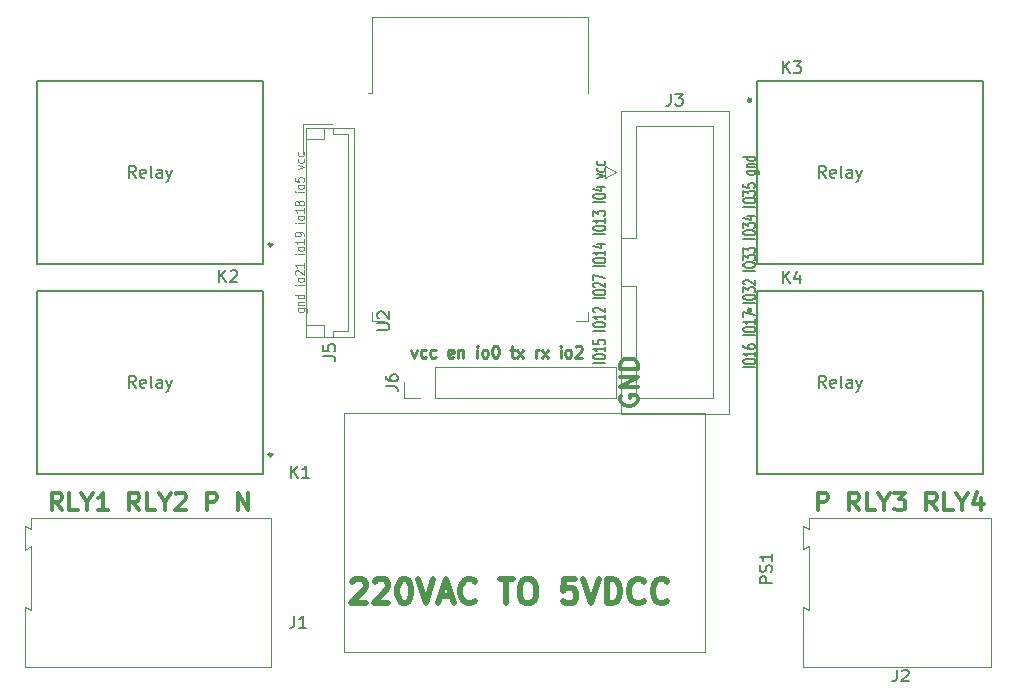
<source format=gbr>
%TF.GenerationSoftware,KiCad,Pcbnew,(6.0.4)*%
%TF.CreationDate,2022-04-22T12:19:17+05:30*%
%TF.ProjectId,esp32 switch,65737033-3220-4737-9769-7463682e6b69,rev?*%
%TF.SameCoordinates,Original*%
%TF.FileFunction,Legend,Top*%
%TF.FilePolarity,Positive*%
%FSLAX46Y46*%
G04 Gerber Fmt 4.6, Leading zero omitted, Abs format (unit mm)*
G04 Created by KiCad (PCBNEW (6.0.4)) date 2022-04-22 12:19:17*
%MOMM*%
%LPD*%
G01*
G04 APERTURE LIST*
%ADD10C,0.150000*%
%ADD11C,0.375000*%
%ADD12C,0.500000*%
%ADD13C,0.125000*%
%ADD14C,0.237500*%
%ADD15C,0.300000*%
%ADD16C,0.120000*%
%ADD17C,0.127000*%
G04 APERTURE END LIST*
D10*
X158805714Y-63952380D02*
X158472380Y-63476190D01*
X158234285Y-63952380D02*
X158234285Y-62952380D01*
X158615238Y-62952380D01*
X158710476Y-63000000D01*
X158758095Y-63047619D01*
X158805714Y-63142857D01*
X158805714Y-63285714D01*
X158758095Y-63380952D01*
X158710476Y-63428571D01*
X158615238Y-63476190D01*
X158234285Y-63476190D01*
X159615238Y-63904761D02*
X159520000Y-63952380D01*
X159329523Y-63952380D01*
X159234285Y-63904761D01*
X159186666Y-63809523D01*
X159186666Y-63428571D01*
X159234285Y-63333333D01*
X159329523Y-63285714D01*
X159520000Y-63285714D01*
X159615238Y-63333333D01*
X159662857Y-63428571D01*
X159662857Y-63523809D01*
X159186666Y-63619047D01*
X160234285Y-63952380D02*
X160139047Y-63904761D01*
X160091428Y-63809523D01*
X160091428Y-62952380D01*
X161043809Y-63952380D02*
X161043809Y-63428571D01*
X160996190Y-63333333D01*
X160900952Y-63285714D01*
X160710476Y-63285714D01*
X160615238Y-63333333D01*
X161043809Y-63904761D02*
X160948571Y-63952380D01*
X160710476Y-63952380D01*
X160615238Y-63904761D01*
X160567619Y-63809523D01*
X160567619Y-63714285D01*
X160615238Y-63619047D01*
X160710476Y-63571428D01*
X160948571Y-63571428D01*
X161043809Y-63523809D01*
X161424761Y-63285714D02*
X161662857Y-63952380D01*
X161900952Y-63285714D02*
X161662857Y-63952380D01*
X161567619Y-64190476D01*
X161520000Y-64238095D01*
X161424761Y-64285714D01*
X100385714Y-81732380D02*
X100052380Y-81256190D01*
X99814285Y-81732380D02*
X99814285Y-80732380D01*
X100195238Y-80732380D01*
X100290476Y-80780000D01*
X100338095Y-80827619D01*
X100385714Y-80922857D01*
X100385714Y-81065714D01*
X100338095Y-81160952D01*
X100290476Y-81208571D01*
X100195238Y-81256190D01*
X99814285Y-81256190D01*
X101195238Y-81684761D02*
X101100000Y-81732380D01*
X100909523Y-81732380D01*
X100814285Y-81684761D01*
X100766666Y-81589523D01*
X100766666Y-81208571D01*
X100814285Y-81113333D01*
X100909523Y-81065714D01*
X101100000Y-81065714D01*
X101195238Y-81113333D01*
X101242857Y-81208571D01*
X101242857Y-81303809D01*
X100766666Y-81399047D01*
X101814285Y-81732380D02*
X101719047Y-81684761D01*
X101671428Y-81589523D01*
X101671428Y-80732380D01*
X102623809Y-81732380D02*
X102623809Y-81208571D01*
X102576190Y-81113333D01*
X102480952Y-81065714D01*
X102290476Y-81065714D01*
X102195238Y-81113333D01*
X102623809Y-81684761D02*
X102528571Y-81732380D01*
X102290476Y-81732380D01*
X102195238Y-81684761D01*
X102147619Y-81589523D01*
X102147619Y-81494285D01*
X102195238Y-81399047D01*
X102290476Y-81351428D01*
X102528571Y-81351428D01*
X102623809Y-81303809D01*
X103004761Y-81065714D02*
X103242857Y-81732380D01*
X103480952Y-81065714D02*
X103242857Y-81732380D01*
X103147619Y-81970476D01*
X103100000Y-82018095D01*
X103004761Y-82065714D01*
X158805714Y-81732380D02*
X158472380Y-81256190D01*
X158234285Y-81732380D02*
X158234285Y-80732380D01*
X158615238Y-80732380D01*
X158710476Y-80780000D01*
X158758095Y-80827619D01*
X158805714Y-80922857D01*
X158805714Y-81065714D01*
X158758095Y-81160952D01*
X158710476Y-81208571D01*
X158615238Y-81256190D01*
X158234285Y-81256190D01*
X159615238Y-81684761D02*
X159520000Y-81732380D01*
X159329523Y-81732380D01*
X159234285Y-81684761D01*
X159186666Y-81589523D01*
X159186666Y-81208571D01*
X159234285Y-81113333D01*
X159329523Y-81065714D01*
X159520000Y-81065714D01*
X159615238Y-81113333D01*
X159662857Y-81208571D01*
X159662857Y-81303809D01*
X159186666Y-81399047D01*
X160234285Y-81732380D02*
X160139047Y-81684761D01*
X160091428Y-81589523D01*
X160091428Y-80732380D01*
X161043809Y-81732380D02*
X161043809Y-81208571D01*
X160996190Y-81113333D01*
X160900952Y-81065714D01*
X160710476Y-81065714D01*
X160615238Y-81113333D01*
X161043809Y-81684761D02*
X160948571Y-81732380D01*
X160710476Y-81732380D01*
X160615238Y-81684761D01*
X160567619Y-81589523D01*
X160567619Y-81494285D01*
X160615238Y-81399047D01*
X160710476Y-81351428D01*
X160948571Y-81351428D01*
X161043809Y-81303809D01*
X161424761Y-81065714D02*
X161662857Y-81732380D01*
X161900952Y-81065714D02*
X161662857Y-81732380D01*
X161567619Y-81970476D01*
X161520000Y-82018095D01*
X161424761Y-82065714D01*
D11*
X158135714Y-92118571D02*
X158135714Y-90618571D01*
X158707142Y-90618571D01*
X158850000Y-90690000D01*
X158921428Y-90761428D01*
X158992857Y-90904285D01*
X158992857Y-91118571D01*
X158921428Y-91261428D01*
X158850000Y-91332857D01*
X158707142Y-91404285D01*
X158135714Y-91404285D01*
X161635714Y-92118571D02*
X161135714Y-91404285D01*
X160778571Y-92118571D02*
X160778571Y-90618571D01*
X161350000Y-90618571D01*
X161492857Y-90690000D01*
X161564285Y-90761428D01*
X161635714Y-90904285D01*
X161635714Y-91118571D01*
X161564285Y-91261428D01*
X161492857Y-91332857D01*
X161350000Y-91404285D01*
X160778571Y-91404285D01*
X162992857Y-92118571D02*
X162278571Y-92118571D01*
X162278571Y-90618571D01*
X163778571Y-91404285D02*
X163778571Y-92118571D01*
X163278571Y-90618571D02*
X163778571Y-91404285D01*
X164278571Y-90618571D01*
X164635714Y-90618571D02*
X165564285Y-90618571D01*
X165064285Y-91190000D01*
X165278571Y-91190000D01*
X165421428Y-91261428D01*
X165492857Y-91332857D01*
X165564285Y-91475714D01*
X165564285Y-91832857D01*
X165492857Y-91975714D01*
X165421428Y-92047142D01*
X165278571Y-92118571D01*
X164850000Y-92118571D01*
X164707142Y-92047142D01*
X164635714Y-91975714D01*
X168207142Y-92118571D02*
X167707142Y-91404285D01*
X167350000Y-92118571D02*
X167350000Y-90618571D01*
X167921428Y-90618571D01*
X168064285Y-90690000D01*
X168135714Y-90761428D01*
X168207142Y-90904285D01*
X168207142Y-91118571D01*
X168135714Y-91261428D01*
X168064285Y-91332857D01*
X167921428Y-91404285D01*
X167350000Y-91404285D01*
X169564285Y-92118571D02*
X168850000Y-92118571D01*
X168850000Y-90618571D01*
X170350000Y-91404285D02*
X170350000Y-92118571D01*
X169850000Y-90618571D02*
X170350000Y-91404285D01*
X170850000Y-90618571D01*
X171992857Y-91118571D02*
X171992857Y-92118571D01*
X171635714Y-90547142D02*
X171278571Y-91618571D01*
X172207142Y-91618571D01*
D10*
X100385714Y-63952380D02*
X100052380Y-63476190D01*
X99814285Y-63952380D02*
X99814285Y-62952380D01*
X100195238Y-62952380D01*
X100290476Y-63000000D01*
X100338095Y-63047619D01*
X100385714Y-63142857D01*
X100385714Y-63285714D01*
X100338095Y-63380952D01*
X100290476Y-63428571D01*
X100195238Y-63476190D01*
X99814285Y-63476190D01*
X101195238Y-63904761D02*
X101100000Y-63952380D01*
X100909523Y-63952380D01*
X100814285Y-63904761D01*
X100766666Y-63809523D01*
X100766666Y-63428571D01*
X100814285Y-63333333D01*
X100909523Y-63285714D01*
X101100000Y-63285714D01*
X101195238Y-63333333D01*
X101242857Y-63428571D01*
X101242857Y-63523809D01*
X100766666Y-63619047D01*
X101814285Y-63952380D02*
X101719047Y-63904761D01*
X101671428Y-63809523D01*
X101671428Y-62952380D01*
X102623809Y-63952380D02*
X102623809Y-63428571D01*
X102576190Y-63333333D01*
X102480952Y-63285714D01*
X102290476Y-63285714D01*
X102195238Y-63333333D01*
X102623809Y-63904761D02*
X102528571Y-63952380D01*
X102290476Y-63952380D01*
X102195238Y-63904761D01*
X102147619Y-63809523D01*
X102147619Y-63714285D01*
X102195238Y-63619047D01*
X102290476Y-63571428D01*
X102528571Y-63571428D01*
X102623809Y-63523809D01*
X103004761Y-63285714D02*
X103242857Y-63952380D01*
X103480952Y-63285714D02*
X103242857Y-63952380D01*
X103147619Y-64190476D01*
X103100000Y-64238095D01*
X103004761Y-64285714D01*
D12*
X118746666Y-98155238D02*
X118841904Y-98060000D01*
X119032380Y-97964761D01*
X119508571Y-97964761D01*
X119699047Y-98060000D01*
X119794285Y-98155238D01*
X119889523Y-98345714D01*
X119889523Y-98536190D01*
X119794285Y-98821904D01*
X118651428Y-99964761D01*
X119889523Y-99964761D01*
X120651428Y-98155238D02*
X120746666Y-98060000D01*
X120937142Y-97964761D01*
X121413333Y-97964761D01*
X121603809Y-98060000D01*
X121699047Y-98155238D01*
X121794285Y-98345714D01*
X121794285Y-98536190D01*
X121699047Y-98821904D01*
X120556190Y-99964761D01*
X121794285Y-99964761D01*
X123032380Y-97964761D02*
X123222857Y-97964761D01*
X123413333Y-98060000D01*
X123508571Y-98155238D01*
X123603809Y-98345714D01*
X123699047Y-98726666D01*
X123699047Y-99202857D01*
X123603809Y-99583809D01*
X123508571Y-99774285D01*
X123413333Y-99869523D01*
X123222857Y-99964761D01*
X123032380Y-99964761D01*
X122841904Y-99869523D01*
X122746666Y-99774285D01*
X122651428Y-99583809D01*
X122556190Y-99202857D01*
X122556190Y-98726666D01*
X122651428Y-98345714D01*
X122746666Y-98155238D01*
X122841904Y-98060000D01*
X123032380Y-97964761D01*
X124270476Y-97964761D02*
X124937142Y-99964761D01*
X125603809Y-97964761D01*
X126175238Y-99393333D02*
X127127619Y-99393333D01*
X125984761Y-99964761D02*
X126651428Y-97964761D01*
X127318095Y-99964761D01*
X129127619Y-99774285D02*
X129032380Y-99869523D01*
X128746666Y-99964761D01*
X128556190Y-99964761D01*
X128270476Y-99869523D01*
X128080000Y-99679047D01*
X127984761Y-99488571D01*
X127889523Y-99107619D01*
X127889523Y-98821904D01*
X127984761Y-98440952D01*
X128080000Y-98250476D01*
X128270476Y-98060000D01*
X128556190Y-97964761D01*
X128746666Y-97964761D01*
X129032380Y-98060000D01*
X129127619Y-98155238D01*
X131222857Y-97964761D02*
X132365714Y-97964761D01*
X131794285Y-99964761D02*
X131794285Y-97964761D01*
X133413333Y-97964761D02*
X133794285Y-97964761D01*
X133984761Y-98060000D01*
X134175238Y-98250476D01*
X134270476Y-98631428D01*
X134270476Y-99298095D01*
X134175238Y-99679047D01*
X133984761Y-99869523D01*
X133794285Y-99964761D01*
X133413333Y-99964761D01*
X133222857Y-99869523D01*
X133032380Y-99679047D01*
X132937142Y-99298095D01*
X132937142Y-98631428D01*
X133032380Y-98250476D01*
X133222857Y-98060000D01*
X133413333Y-97964761D01*
X137603809Y-97964761D02*
X136651428Y-97964761D01*
X136556190Y-98917142D01*
X136651428Y-98821904D01*
X136841904Y-98726666D01*
X137318095Y-98726666D01*
X137508571Y-98821904D01*
X137603809Y-98917142D01*
X137699047Y-99107619D01*
X137699047Y-99583809D01*
X137603809Y-99774285D01*
X137508571Y-99869523D01*
X137318095Y-99964761D01*
X136841904Y-99964761D01*
X136651428Y-99869523D01*
X136556190Y-99774285D01*
X138270476Y-97964761D02*
X138937142Y-99964761D01*
X139603809Y-97964761D01*
X140270476Y-99964761D02*
X140270476Y-97964761D01*
X140746666Y-97964761D01*
X141032380Y-98060000D01*
X141222857Y-98250476D01*
X141318095Y-98440952D01*
X141413333Y-98821904D01*
X141413333Y-99107619D01*
X141318095Y-99488571D01*
X141222857Y-99679047D01*
X141032380Y-99869523D01*
X140746666Y-99964761D01*
X140270476Y-99964761D01*
X143413333Y-99774285D02*
X143318095Y-99869523D01*
X143032380Y-99964761D01*
X142841904Y-99964761D01*
X142556190Y-99869523D01*
X142365714Y-99679047D01*
X142270476Y-99488571D01*
X142175238Y-99107619D01*
X142175238Y-98821904D01*
X142270476Y-98440952D01*
X142365714Y-98250476D01*
X142556190Y-98060000D01*
X142841904Y-97964761D01*
X143032380Y-97964761D01*
X143318095Y-98060000D01*
X143413333Y-98155238D01*
X145413333Y-99774285D02*
X145318095Y-99869523D01*
X145032380Y-99964761D01*
X144841904Y-99964761D01*
X144556190Y-99869523D01*
X144365714Y-99679047D01*
X144270476Y-99488571D01*
X144175238Y-99107619D01*
X144175238Y-98821904D01*
X144270476Y-98440952D01*
X144365714Y-98250476D01*
X144556190Y-98060000D01*
X144841904Y-97964761D01*
X145032380Y-97964761D01*
X145318095Y-98060000D01*
X145413333Y-98155238D01*
D10*
X140152380Y-79631904D02*
X139152380Y-79631904D01*
X139152380Y-79198571D02*
X139152380Y-79074761D01*
X139200000Y-79012857D01*
X139295238Y-78950952D01*
X139485714Y-78920000D01*
X139819047Y-78920000D01*
X140009523Y-78950952D01*
X140104761Y-79012857D01*
X140152380Y-79074761D01*
X140152380Y-79198571D01*
X140104761Y-79260476D01*
X140009523Y-79322380D01*
X139819047Y-79353333D01*
X139485714Y-79353333D01*
X139295238Y-79322380D01*
X139200000Y-79260476D01*
X139152380Y-79198571D01*
X140152380Y-78300952D02*
X140152380Y-78672380D01*
X140152380Y-78486666D02*
X139152380Y-78486666D01*
X139295238Y-78548571D01*
X139390476Y-78610476D01*
X139438095Y-78672380D01*
X139152380Y-77712857D02*
X139152380Y-78022380D01*
X139628571Y-78053333D01*
X139580952Y-78022380D01*
X139533333Y-77960476D01*
X139533333Y-77805714D01*
X139580952Y-77743809D01*
X139628571Y-77712857D01*
X139723809Y-77681904D01*
X139961904Y-77681904D01*
X140057142Y-77712857D01*
X140104761Y-77743809D01*
X140152380Y-77805714D01*
X140152380Y-77960476D01*
X140104761Y-78022380D01*
X140057142Y-78053333D01*
X140152380Y-76908095D02*
X139152380Y-76908095D01*
X139152380Y-76474761D02*
X139152380Y-76350952D01*
X139200000Y-76289047D01*
X139295238Y-76227142D01*
X139485714Y-76196190D01*
X139819047Y-76196190D01*
X140009523Y-76227142D01*
X140104761Y-76289047D01*
X140152380Y-76350952D01*
X140152380Y-76474761D01*
X140104761Y-76536666D01*
X140009523Y-76598571D01*
X139819047Y-76629523D01*
X139485714Y-76629523D01*
X139295238Y-76598571D01*
X139200000Y-76536666D01*
X139152380Y-76474761D01*
X140152380Y-75577142D02*
X140152380Y-75948571D01*
X140152380Y-75762857D02*
X139152380Y-75762857D01*
X139295238Y-75824761D01*
X139390476Y-75886666D01*
X139438095Y-75948571D01*
X139247619Y-75329523D02*
X139200000Y-75298571D01*
X139152380Y-75236666D01*
X139152380Y-75081904D01*
X139200000Y-75020000D01*
X139247619Y-74989047D01*
X139342857Y-74958095D01*
X139438095Y-74958095D01*
X139580952Y-74989047D01*
X140152380Y-75360476D01*
X140152380Y-74958095D01*
X140152380Y-74184285D02*
X139152380Y-74184285D01*
X139152380Y-73750952D02*
X139152380Y-73627142D01*
X139200000Y-73565238D01*
X139295238Y-73503333D01*
X139485714Y-73472380D01*
X139819047Y-73472380D01*
X140009523Y-73503333D01*
X140104761Y-73565238D01*
X140152380Y-73627142D01*
X140152380Y-73750952D01*
X140104761Y-73812857D01*
X140009523Y-73874761D01*
X139819047Y-73905714D01*
X139485714Y-73905714D01*
X139295238Y-73874761D01*
X139200000Y-73812857D01*
X139152380Y-73750952D01*
X139247619Y-73224761D02*
X139200000Y-73193809D01*
X139152380Y-73131904D01*
X139152380Y-72977142D01*
X139200000Y-72915238D01*
X139247619Y-72884285D01*
X139342857Y-72853333D01*
X139438095Y-72853333D01*
X139580952Y-72884285D01*
X140152380Y-73255714D01*
X140152380Y-72853333D01*
X139152380Y-72636666D02*
X139152380Y-72203333D01*
X140152380Y-72481904D01*
X140152380Y-71460476D02*
X139152380Y-71460476D01*
X139152380Y-71027142D02*
X139152380Y-70903333D01*
X139200000Y-70841428D01*
X139295238Y-70779523D01*
X139485714Y-70748571D01*
X139819047Y-70748571D01*
X140009523Y-70779523D01*
X140104761Y-70841428D01*
X140152380Y-70903333D01*
X140152380Y-71027142D01*
X140104761Y-71089047D01*
X140009523Y-71150952D01*
X139819047Y-71181904D01*
X139485714Y-71181904D01*
X139295238Y-71150952D01*
X139200000Y-71089047D01*
X139152380Y-71027142D01*
X140152380Y-70129523D02*
X140152380Y-70500952D01*
X140152380Y-70315238D02*
X139152380Y-70315238D01*
X139295238Y-70377142D01*
X139390476Y-70439047D01*
X139438095Y-70500952D01*
X139485714Y-69572380D02*
X140152380Y-69572380D01*
X139104761Y-69727142D02*
X139819047Y-69881904D01*
X139819047Y-69479523D01*
X140152380Y-68736666D02*
X139152380Y-68736666D01*
X139152380Y-68303333D02*
X139152380Y-68179523D01*
X139200000Y-68117619D01*
X139295238Y-68055714D01*
X139485714Y-68024761D01*
X139819047Y-68024761D01*
X140009523Y-68055714D01*
X140104761Y-68117619D01*
X140152380Y-68179523D01*
X140152380Y-68303333D01*
X140104761Y-68365238D01*
X140009523Y-68427142D01*
X139819047Y-68458095D01*
X139485714Y-68458095D01*
X139295238Y-68427142D01*
X139200000Y-68365238D01*
X139152380Y-68303333D01*
X140152380Y-67405714D02*
X140152380Y-67777142D01*
X140152380Y-67591428D02*
X139152380Y-67591428D01*
X139295238Y-67653333D01*
X139390476Y-67715238D01*
X139438095Y-67777142D01*
X139152380Y-67189047D02*
X139152380Y-66786666D01*
X139533333Y-67003333D01*
X139533333Y-66910476D01*
X139580952Y-66848571D01*
X139628571Y-66817619D01*
X139723809Y-66786666D01*
X139961904Y-66786666D01*
X140057142Y-66817619D01*
X140104761Y-66848571D01*
X140152380Y-66910476D01*
X140152380Y-67096190D01*
X140104761Y-67158095D01*
X140057142Y-67189047D01*
X140152380Y-66012857D02*
X139152380Y-66012857D01*
X139152380Y-65579523D02*
X139152380Y-65455714D01*
X139200000Y-65393809D01*
X139295238Y-65331904D01*
X139485714Y-65300952D01*
X139819047Y-65300952D01*
X140009523Y-65331904D01*
X140104761Y-65393809D01*
X140152380Y-65455714D01*
X140152380Y-65579523D01*
X140104761Y-65641428D01*
X140009523Y-65703333D01*
X139819047Y-65734285D01*
X139485714Y-65734285D01*
X139295238Y-65703333D01*
X139200000Y-65641428D01*
X139152380Y-65579523D01*
X139485714Y-64743809D02*
X140152380Y-64743809D01*
X139104761Y-64898571D02*
X139819047Y-65053333D01*
X139819047Y-64650952D01*
X139485714Y-63970000D02*
X140152380Y-63815238D01*
X139485714Y-63660476D01*
X140104761Y-63134285D02*
X140152380Y-63196190D01*
X140152380Y-63320000D01*
X140104761Y-63381904D01*
X140057142Y-63412857D01*
X139961904Y-63443809D01*
X139676190Y-63443809D01*
X139580952Y-63412857D01*
X139533333Y-63381904D01*
X139485714Y-63320000D01*
X139485714Y-63196190D01*
X139533333Y-63134285D01*
X140104761Y-62577142D02*
X140152380Y-62639047D01*
X140152380Y-62762857D01*
X140104761Y-62824761D01*
X140057142Y-62855714D01*
X139961904Y-62886666D01*
X139676190Y-62886666D01*
X139580952Y-62855714D01*
X139533333Y-62824761D01*
X139485714Y-62762857D01*
X139485714Y-62639047D01*
X139533333Y-62577142D01*
X152852380Y-80018809D02*
X151852380Y-80018809D01*
X151852380Y-79585476D02*
X151852380Y-79461666D01*
X151900000Y-79399761D01*
X151995238Y-79337857D01*
X152185714Y-79306904D01*
X152519047Y-79306904D01*
X152709523Y-79337857D01*
X152804761Y-79399761D01*
X152852380Y-79461666D01*
X152852380Y-79585476D01*
X152804761Y-79647380D01*
X152709523Y-79709285D01*
X152519047Y-79740238D01*
X152185714Y-79740238D01*
X151995238Y-79709285D01*
X151900000Y-79647380D01*
X151852380Y-79585476D01*
X152852380Y-78687857D02*
X152852380Y-79059285D01*
X152852380Y-78873571D02*
X151852380Y-78873571D01*
X151995238Y-78935476D01*
X152090476Y-78997380D01*
X152138095Y-79059285D01*
X151852380Y-78130714D02*
X151852380Y-78254523D01*
X151900000Y-78316428D01*
X151947619Y-78347380D01*
X152090476Y-78409285D01*
X152280952Y-78440238D01*
X152661904Y-78440238D01*
X152757142Y-78409285D01*
X152804761Y-78378333D01*
X152852380Y-78316428D01*
X152852380Y-78192619D01*
X152804761Y-78130714D01*
X152757142Y-78099761D01*
X152661904Y-78068809D01*
X152423809Y-78068809D01*
X152328571Y-78099761D01*
X152280952Y-78130714D01*
X152233333Y-78192619D01*
X152233333Y-78316428D01*
X152280952Y-78378333D01*
X152328571Y-78409285D01*
X152423809Y-78440238D01*
X152852380Y-77295000D02*
X151852380Y-77295000D01*
X151852380Y-76861666D02*
X151852380Y-76737857D01*
X151900000Y-76675952D01*
X151995238Y-76614047D01*
X152185714Y-76583095D01*
X152519047Y-76583095D01*
X152709523Y-76614047D01*
X152804761Y-76675952D01*
X152852380Y-76737857D01*
X152852380Y-76861666D01*
X152804761Y-76923571D01*
X152709523Y-76985476D01*
X152519047Y-77016428D01*
X152185714Y-77016428D01*
X151995238Y-76985476D01*
X151900000Y-76923571D01*
X151852380Y-76861666D01*
X152852380Y-75964047D02*
X152852380Y-76335476D01*
X152852380Y-76149761D02*
X151852380Y-76149761D01*
X151995238Y-76211666D01*
X152090476Y-76273571D01*
X152138095Y-76335476D01*
X151852380Y-75747380D02*
X151852380Y-75314047D01*
X152852380Y-75592619D01*
X152852380Y-74571190D02*
X151852380Y-74571190D01*
X151852380Y-74137857D02*
X151852380Y-74014047D01*
X151900000Y-73952142D01*
X151995238Y-73890238D01*
X152185714Y-73859285D01*
X152519047Y-73859285D01*
X152709523Y-73890238D01*
X152804761Y-73952142D01*
X152852380Y-74014047D01*
X152852380Y-74137857D01*
X152804761Y-74199761D01*
X152709523Y-74261666D01*
X152519047Y-74292619D01*
X152185714Y-74292619D01*
X151995238Y-74261666D01*
X151900000Y-74199761D01*
X151852380Y-74137857D01*
X151852380Y-73642619D02*
X151852380Y-73240238D01*
X152233333Y-73456904D01*
X152233333Y-73364047D01*
X152280952Y-73302142D01*
X152328571Y-73271190D01*
X152423809Y-73240238D01*
X152661904Y-73240238D01*
X152757142Y-73271190D01*
X152804761Y-73302142D01*
X152852380Y-73364047D01*
X152852380Y-73549761D01*
X152804761Y-73611666D01*
X152757142Y-73642619D01*
X151947619Y-72992619D02*
X151900000Y-72961666D01*
X151852380Y-72899761D01*
X151852380Y-72745000D01*
X151900000Y-72683095D01*
X151947619Y-72652142D01*
X152042857Y-72621190D01*
X152138095Y-72621190D01*
X152280952Y-72652142D01*
X152852380Y-73023571D01*
X152852380Y-72621190D01*
X152852380Y-71847380D02*
X151852380Y-71847380D01*
X151852380Y-71414047D02*
X151852380Y-71290238D01*
X151900000Y-71228333D01*
X151995238Y-71166428D01*
X152185714Y-71135476D01*
X152519047Y-71135476D01*
X152709523Y-71166428D01*
X152804761Y-71228333D01*
X152852380Y-71290238D01*
X152852380Y-71414047D01*
X152804761Y-71475952D01*
X152709523Y-71537857D01*
X152519047Y-71568809D01*
X152185714Y-71568809D01*
X151995238Y-71537857D01*
X151900000Y-71475952D01*
X151852380Y-71414047D01*
X151852380Y-70918809D02*
X151852380Y-70516428D01*
X152233333Y-70733095D01*
X152233333Y-70640238D01*
X152280952Y-70578333D01*
X152328571Y-70547380D01*
X152423809Y-70516428D01*
X152661904Y-70516428D01*
X152757142Y-70547380D01*
X152804761Y-70578333D01*
X152852380Y-70640238D01*
X152852380Y-70825952D01*
X152804761Y-70887857D01*
X152757142Y-70918809D01*
X151852380Y-70299761D02*
X151852380Y-69897380D01*
X152233333Y-70114047D01*
X152233333Y-70021190D01*
X152280952Y-69959285D01*
X152328571Y-69928333D01*
X152423809Y-69897380D01*
X152661904Y-69897380D01*
X152757142Y-69928333D01*
X152804761Y-69959285D01*
X152852380Y-70021190D01*
X152852380Y-70206904D01*
X152804761Y-70268809D01*
X152757142Y-70299761D01*
X152852380Y-69123571D02*
X151852380Y-69123571D01*
X151852380Y-68690238D02*
X151852380Y-68566428D01*
X151900000Y-68504523D01*
X151995238Y-68442619D01*
X152185714Y-68411666D01*
X152519047Y-68411666D01*
X152709523Y-68442619D01*
X152804761Y-68504523D01*
X152852380Y-68566428D01*
X152852380Y-68690238D01*
X152804761Y-68752142D01*
X152709523Y-68814047D01*
X152519047Y-68845000D01*
X152185714Y-68845000D01*
X151995238Y-68814047D01*
X151900000Y-68752142D01*
X151852380Y-68690238D01*
X151852380Y-68195000D02*
X151852380Y-67792619D01*
X152233333Y-68009285D01*
X152233333Y-67916428D01*
X152280952Y-67854523D01*
X152328571Y-67823571D01*
X152423809Y-67792619D01*
X152661904Y-67792619D01*
X152757142Y-67823571D01*
X152804761Y-67854523D01*
X152852380Y-67916428D01*
X152852380Y-68102142D01*
X152804761Y-68164047D01*
X152757142Y-68195000D01*
X152185714Y-67235476D02*
X152852380Y-67235476D01*
X151804761Y-67390238D02*
X152519047Y-67545000D01*
X152519047Y-67142619D01*
X152852380Y-66399761D02*
X151852380Y-66399761D01*
X151852380Y-65966428D02*
X151852380Y-65842619D01*
X151900000Y-65780714D01*
X151995238Y-65718809D01*
X152185714Y-65687857D01*
X152519047Y-65687857D01*
X152709523Y-65718809D01*
X152804761Y-65780714D01*
X152852380Y-65842619D01*
X152852380Y-65966428D01*
X152804761Y-66028333D01*
X152709523Y-66090238D01*
X152519047Y-66121190D01*
X152185714Y-66121190D01*
X151995238Y-66090238D01*
X151900000Y-66028333D01*
X151852380Y-65966428D01*
X151852380Y-65471190D02*
X151852380Y-65068809D01*
X152233333Y-65285476D01*
X152233333Y-65192619D01*
X152280952Y-65130714D01*
X152328571Y-65099761D01*
X152423809Y-65068809D01*
X152661904Y-65068809D01*
X152757142Y-65099761D01*
X152804761Y-65130714D01*
X152852380Y-65192619D01*
X152852380Y-65378333D01*
X152804761Y-65440238D01*
X152757142Y-65471190D01*
X151852380Y-64480714D02*
X151852380Y-64790238D01*
X152328571Y-64821190D01*
X152280952Y-64790238D01*
X152233333Y-64728333D01*
X152233333Y-64573571D01*
X152280952Y-64511666D01*
X152328571Y-64480714D01*
X152423809Y-64449761D01*
X152661904Y-64449761D01*
X152757142Y-64480714D01*
X152804761Y-64511666D01*
X152852380Y-64573571D01*
X152852380Y-64728333D01*
X152804761Y-64790238D01*
X152757142Y-64821190D01*
X152185714Y-63397380D02*
X152995238Y-63397380D01*
X153090476Y-63428333D01*
X153138095Y-63459285D01*
X153185714Y-63521190D01*
X153185714Y-63614047D01*
X153138095Y-63675952D01*
X152804761Y-63397380D02*
X152852380Y-63459285D01*
X152852380Y-63583095D01*
X152804761Y-63645000D01*
X152757142Y-63675952D01*
X152661904Y-63706904D01*
X152376190Y-63706904D01*
X152280952Y-63675952D01*
X152233333Y-63645000D01*
X152185714Y-63583095D01*
X152185714Y-63459285D01*
X152233333Y-63397380D01*
X152185714Y-63087857D02*
X152852380Y-63087857D01*
X152280952Y-63087857D02*
X152233333Y-63056904D01*
X152185714Y-62995000D01*
X152185714Y-62902142D01*
X152233333Y-62840238D01*
X152328571Y-62809285D01*
X152852380Y-62809285D01*
X152852380Y-62221190D02*
X151852380Y-62221190D01*
X152804761Y-62221190D02*
X152852380Y-62283095D01*
X152852380Y-62406904D01*
X152804761Y-62468809D01*
X152757142Y-62499761D01*
X152661904Y-62530714D01*
X152376190Y-62530714D01*
X152280952Y-62499761D01*
X152233333Y-62468809D01*
X152185714Y-62406904D01*
X152185714Y-62283095D01*
X152233333Y-62221190D01*
D13*
X114128571Y-75033571D02*
X114776190Y-75033571D01*
X114852380Y-75064523D01*
X114890476Y-75095476D01*
X114928571Y-75157380D01*
X114928571Y-75250238D01*
X114890476Y-75312142D01*
X114623809Y-75033571D02*
X114661904Y-75095476D01*
X114661904Y-75219285D01*
X114623809Y-75281190D01*
X114585714Y-75312142D01*
X114509523Y-75343095D01*
X114280952Y-75343095D01*
X114204761Y-75312142D01*
X114166666Y-75281190D01*
X114128571Y-75219285D01*
X114128571Y-75095476D01*
X114166666Y-75033571D01*
X114128571Y-74724047D02*
X114661904Y-74724047D01*
X114204761Y-74724047D02*
X114166666Y-74693095D01*
X114128571Y-74631190D01*
X114128571Y-74538333D01*
X114166666Y-74476428D01*
X114242857Y-74445476D01*
X114661904Y-74445476D01*
X114661904Y-73857380D02*
X113861904Y-73857380D01*
X114623809Y-73857380D02*
X114661904Y-73919285D01*
X114661904Y-74043095D01*
X114623809Y-74105000D01*
X114585714Y-74135952D01*
X114509523Y-74166904D01*
X114280952Y-74166904D01*
X114204761Y-74135952D01*
X114166666Y-74105000D01*
X114128571Y-74043095D01*
X114128571Y-73919285D01*
X114166666Y-73857380D01*
X114661904Y-73052619D02*
X114128571Y-73052619D01*
X113861904Y-73052619D02*
X113900000Y-73083571D01*
X113938095Y-73052619D01*
X113900000Y-73021666D01*
X113861904Y-73052619D01*
X113938095Y-73052619D01*
X114661904Y-72650238D02*
X114623809Y-72712142D01*
X114585714Y-72743095D01*
X114509523Y-72774047D01*
X114280952Y-72774047D01*
X114204761Y-72743095D01*
X114166666Y-72712142D01*
X114128571Y-72650238D01*
X114128571Y-72557380D01*
X114166666Y-72495476D01*
X114204761Y-72464523D01*
X114280952Y-72433571D01*
X114509523Y-72433571D01*
X114585714Y-72464523D01*
X114623809Y-72495476D01*
X114661904Y-72557380D01*
X114661904Y-72650238D01*
X113938095Y-72185952D02*
X113900000Y-72155000D01*
X113861904Y-72093095D01*
X113861904Y-71938333D01*
X113900000Y-71876428D01*
X113938095Y-71845476D01*
X114014285Y-71814523D01*
X114090476Y-71814523D01*
X114204761Y-71845476D01*
X114661904Y-72216904D01*
X114661904Y-71814523D01*
X114661904Y-71195476D02*
X114661904Y-71566904D01*
X114661904Y-71381190D02*
X113861904Y-71381190D01*
X113976190Y-71443095D01*
X114052380Y-71505000D01*
X114090476Y-71566904D01*
X114661904Y-70421666D02*
X114128571Y-70421666D01*
X113861904Y-70421666D02*
X113900000Y-70452619D01*
X113938095Y-70421666D01*
X113900000Y-70390714D01*
X113861904Y-70421666D01*
X113938095Y-70421666D01*
X114661904Y-70019285D02*
X114623809Y-70081190D01*
X114585714Y-70112142D01*
X114509523Y-70143095D01*
X114280952Y-70143095D01*
X114204761Y-70112142D01*
X114166666Y-70081190D01*
X114128571Y-70019285D01*
X114128571Y-69926428D01*
X114166666Y-69864523D01*
X114204761Y-69833571D01*
X114280952Y-69802619D01*
X114509523Y-69802619D01*
X114585714Y-69833571D01*
X114623809Y-69864523D01*
X114661904Y-69926428D01*
X114661904Y-70019285D01*
X114661904Y-69183571D02*
X114661904Y-69555000D01*
X114661904Y-69369285D02*
X113861904Y-69369285D01*
X113976190Y-69431190D01*
X114052380Y-69493095D01*
X114090476Y-69555000D01*
X114661904Y-68874047D02*
X114661904Y-68750238D01*
X114623809Y-68688333D01*
X114585714Y-68657380D01*
X114471428Y-68595476D01*
X114319047Y-68564523D01*
X114014285Y-68564523D01*
X113938095Y-68595476D01*
X113900000Y-68626428D01*
X113861904Y-68688333D01*
X113861904Y-68812142D01*
X113900000Y-68874047D01*
X113938095Y-68905000D01*
X114014285Y-68935952D01*
X114204761Y-68935952D01*
X114280952Y-68905000D01*
X114319047Y-68874047D01*
X114357142Y-68812142D01*
X114357142Y-68688333D01*
X114319047Y-68626428D01*
X114280952Y-68595476D01*
X114204761Y-68564523D01*
X114661904Y-67790714D02*
X114128571Y-67790714D01*
X113861904Y-67790714D02*
X113900000Y-67821666D01*
X113938095Y-67790714D01*
X113900000Y-67759761D01*
X113861904Y-67790714D01*
X113938095Y-67790714D01*
X114661904Y-67388333D02*
X114623809Y-67450238D01*
X114585714Y-67481190D01*
X114509523Y-67512142D01*
X114280952Y-67512142D01*
X114204761Y-67481190D01*
X114166666Y-67450238D01*
X114128571Y-67388333D01*
X114128571Y-67295476D01*
X114166666Y-67233571D01*
X114204761Y-67202619D01*
X114280952Y-67171666D01*
X114509523Y-67171666D01*
X114585714Y-67202619D01*
X114623809Y-67233571D01*
X114661904Y-67295476D01*
X114661904Y-67388333D01*
X114661904Y-66552619D02*
X114661904Y-66924047D01*
X114661904Y-66738333D02*
X113861904Y-66738333D01*
X113976190Y-66800238D01*
X114052380Y-66862142D01*
X114090476Y-66924047D01*
X114204761Y-66181190D02*
X114166666Y-66243095D01*
X114128571Y-66274047D01*
X114052380Y-66305000D01*
X114014285Y-66305000D01*
X113938095Y-66274047D01*
X113900000Y-66243095D01*
X113861904Y-66181190D01*
X113861904Y-66057380D01*
X113900000Y-65995476D01*
X113938095Y-65964523D01*
X114014285Y-65933571D01*
X114052380Y-65933571D01*
X114128571Y-65964523D01*
X114166666Y-65995476D01*
X114204761Y-66057380D01*
X114204761Y-66181190D01*
X114242857Y-66243095D01*
X114280952Y-66274047D01*
X114357142Y-66305000D01*
X114509523Y-66305000D01*
X114585714Y-66274047D01*
X114623809Y-66243095D01*
X114661904Y-66181190D01*
X114661904Y-66057380D01*
X114623809Y-65995476D01*
X114585714Y-65964523D01*
X114509523Y-65933571D01*
X114357142Y-65933571D01*
X114280952Y-65964523D01*
X114242857Y-65995476D01*
X114204761Y-66057380D01*
X114661904Y-65159761D02*
X114128571Y-65159761D01*
X113861904Y-65159761D02*
X113900000Y-65190714D01*
X113938095Y-65159761D01*
X113900000Y-65128809D01*
X113861904Y-65159761D01*
X113938095Y-65159761D01*
X114661904Y-64757380D02*
X114623809Y-64819285D01*
X114585714Y-64850238D01*
X114509523Y-64881190D01*
X114280952Y-64881190D01*
X114204761Y-64850238D01*
X114166666Y-64819285D01*
X114128571Y-64757380D01*
X114128571Y-64664523D01*
X114166666Y-64602619D01*
X114204761Y-64571666D01*
X114280952Y-64540714D01*
X114509523Y-64540714D01*
X114585714Y-64571666D01*
X114623809Y-64602619D01*
X114661904Y-64664523D01*
X114661904Y-64757380D01*
X113861904Y-63952619D02*
X113861904Y-64262142D01*
X114242857Y-64293095D01*
X114204761Y-64262142D01*
X114166666Y-64200238D01*
X114166666Y-64045476D01*
X114204761Y-63983571D01*
X114242857Y-63952619D01*
X114319047Y-63921666D01*
X114509523Y-63921666D01*
X114585714Y-63952619D01*
X114623809Y-63983571D01*
X114661904Y-64045476D01*
X114661904Y-64200238D01*
X114623809Y-64262142D01*
X114585714Y-64293095D01*
X114128571Y-63209761D02*
X114661904Y-63055000D01*
X114128571Y-62900238D01*
X114623809Y-62374047D02*
X114661904Y-62435952D01*
X114661904Y-62559761D01*
X114623809Y-62621666D01*
X114585714Y-62652619D01*
X114509523Y-62683571D01*
X114280952Y-62683571D01*
X114204761Y-62652619D01*
X114166666Y-62621666D01*
X114128571Y-62559761D01*
X114128571Y-62435952D01*
X114166666Y-62374047D01*
X114623809Y-61816904D02*
X114661904Y-61878809D01*
X114661904Y-62002619D01*
X114623809Y-62064523D01*
X114585714Y-62095476D01*
X114509523Y-62126428D01*
X114280952Y-62126428D01*
X114204761Y-62095476D01*
X114166666Y-62064523D01*
X114128571Y-62002619D01*
X114128571Y-61878809D01*
X114166666Y-61816904D01*
D14*
X123749523Y-78525714D02*
X123975714Y-79192380D01*
X124201904Y-78525714D01*
X124970952Y-79144761D02*
X124880476Y-79192380D01*
X124699523Y-79192380D01*
X124609047Y-79144761D01*
X124563809Y-79097142D01*
X124518571Y-79001904D01*
X124518571Y-78716190D01*
X124563809Y-78620952D01*
X124609047Y-78573333D01*
X124699523Y-78525714D01*
X124880476Y-78525714D01*
X124970952Y-78573333D01*
X125785238Y-79144761D02*
X125694761Y-79192380D01*
X125513809Y-79192380D01*
X125423333Y-79144761D01*
X125378095Y-79097142D01*
X125332857Y-79001904D01*
X125332857Y-78716190D01*
X125378095Y-78620952D01*
X125423333Y-78573333D01*
X125513809Y-78525714D01*
X125694761Y-78525714D01*
X125785238Y-78573333D01*
X127278095Y-79144761D02*
X127187619Y-79192380D01*
X127006666Y-79192380D01*
X126916190Y-79144761D01*
X126870952Y-79049523D01*
X126870952Y-78668571D01*
X126916190Y-78573333D01*
X127006666Y-78525714D01*
X127187619Y-78525714D01*
X127278095Y-78573333D01*
X127323333Y-78668571D01*
X127323333Y-78763809D01*
X126870952Y-78859047D01*
X127730476Y-78525714D02*
X127730476Y-79192380D01*
X127730476Y-78620952D02*
X127775714Y-78573333D01*
X127866190Y-78525714D01*
X128001904Y-78525714D01*
X128092380Y-78573333D01*
X128137619Y-78668571D01*
X128137619Y-79192380D01*
X129313809Y-79192380D02*
X129313809Y-78525714D01*
X129313809Y-78192380D02*
X129268571Y-78240000D01*
X129313809Y-78287619D01*
X129359047Y-78240000D01*
X129313809Y-78192380D01*
X129313809Y-78287619D01*
X129901904Y-79192380D02*
X129811428Y-79144761D01*
X129766190Y-79097142D01*
X129720952Y-79001904D01*
X129720952Y-78716190D01*
X129766190Y-78620952D01*
X129811428Y-78573333D01*
X129901904Y-78525714D01*
X130037619Y-78525714D01*
X130128095Y-78573333D01*
X130173333Y-78620952D01*
X130218571Y-78716190D01*
X130218571Y-79001904D01*
X130173333Y-79097142D01*
X130128095Y-79144761D01*
X130037619Y-79192380D01*
X129901904Y-79192380D01*
X130806666Y-78192380D02*
X130897142Y-78192380D01*
X130987619Y-78240000D01*
X131032857Y-78287619D01*
X131078095Y-78382857D01*
X131123333Y-78573333D01*
X131123333Y-78811428D01*
X131078095Y-79001904D01*
X131032857Y-79097142D01*
X130987619Y-79144761D01*
X130897142Y-79192380D01*
X130806666Y-79192380D01*
X130716190Y-79144761D01*
X130670952Y-79097142D01*
X130625714Y-79001904D01*
X130580476Y-78811428D01*
X130580476Y-78573333D01*
X130625714Y-78382857D01*
X130670952Y-78287619D01*
X130716190Y-78240000D01*
X130806666Y-78192380D01*
X132118571Y-78525714D02*
X132480476Y-78525714D01*
X132254285Y-78192380D02*
X132254285Y-79049523D01*
X132299523Y-79144761D01*
X132390000Y-79192380D01*
X132480476Y-79192380D01*
X132706666Y-79192380D02*
X133204285Y-78525714D01*
X132706666Y-78525714D02*
X133204285Y-79192380D01*
X134290000Y-79192380D02*
X134290000Y-78525714D01*
X134290000Y-78716190D02*
X134335238Y-78620952D01*
X134380476Y-78573333D01*
X134470952Y-78525714D01*
X134561428Y-78525714D01*
X134787619Y-79192380D02*
X135285238Y-78525714D01*
X134787619Y-78525714D02*
X135285238Y-79192380D01*
X136370952Y-79192380D02*
X136370952Y-78525714D01*
X136370952Y-78192380D02*
X136325714Y-78240000D01*
X136370952Y-78287619D01*
X136416190Y-78240000D01*
X136370952Y-78192380D01*
X136370952Y-78287619D01*
X136959047Y-79192380D02*
X136868571Y-79144761D01*
X136823333Y-79097142D01*
X136778095Y-79001904D01*
X136778095Y-78716190D01*
X136823333Y-78620952D01*
X136868571Y-78573333D01*
X136959047Y-78525714D01*
X137094761Y-78525714D01*
X137185238Y-78573333D01*
X137230476Y-78620952D01*
X137275714Y-78716190D01*
X137275714Y-79001904D01*
X137230476Y-79097142D01*
X137185238Y-79144761D01*
X137094761Y-79192380D01*
X136959047Y-79192380D01*
X137637619Y-78287619D02*
X137682857Y-78240000D01*
X137773333Y-78192380D01*
X137999523Y-78192380D01*
X138090000Y-78240000D01*
X138135238Y-78287619D01*
X138180476Y-78382857D01*
X138180476Y-78478095D01*
X138135238Y-78620952D01*
X137592380Y-79192380D01*
X138180476Y-79192380D01*
D15*
X141490000Y-82422857D02*
X141418571Y-82565714D01*
X141418571Y-82780000D01*
X141490000Y-82994285D01*
X141632857Y-83137142D01*
X141775714Y-83208571D01*
X142061428Y-83280000D01*
X142275714Y-83280000D01*
X142561428Y-83208571D01*
X142704285Y-83137142D01*
X142847142Y-82994285D01*
X142918571Y-82780000D01*
X142918571Y-82637142D01*
X142847142Y-82422857D01*
X142775714Y-82351428D01*
X142275714Y-82351428D01*
X142275714Y-82637142D01*
X142918571Y-81708571D02*
X141418571Y-81708571D01*
X142918571Y-80851428D01*
X141418571Y-80851428D01*
X142918571Y-80137142D02*
X141418571Y-80137142D01*
X141418571Y-79780000D01*
X141490000Y-79565714D01*
X141632857Y-79422857D01*
X141775714Y-79351428D01*
X142061428Y-79280000D01*
X142275714Y-79280000D01*
X142561428Y-79351428D01*
X142704285Y-79422857D01*
X142847142Y-79565714D01*
X142918571Y-79780000D01*
X142918571Y-80137142D01*
D11*
X94135714Y-92118571D02*
X93635714Y-91404285D01*
X93278571Y-92118571D02*
X93278571Y-90618571D01*
X93850000Y-90618571D01*
X93992857Y-90690000D01*
X94064285Y-90761428D01*
X94135714Y-90904285D01*
X94135714Y-91118571D01*
X94064285Y-91261428D01*
X93992857Y-91332857D01*
X93850000Y-91404285D01*
X93278571Y-91404285D01*
X95492857Y-92118571D02*
X94778571Y-92118571D01*
X94778571Y-90618571D01*
X96278571Y-91404285D02*
X96278571Y-92118571D01*
X95778571Y-90618571D02*
X96278571Y-91404285D01*
X96778571Y-90618571D01*
X98064285Y-92118571D02*
X97207142Y-92118571D01*
X97635714Y-92118571D02*
X97635714Y-90618571D01*
X97492857Y-90832857D01*
X97350000Y-90975714D01*
X97207142Y-91047142D01*
X100707142Y-92118571D02*
X100207142Y-91404285D01*
X99850000Y-92118571D02*
X99850000Y-90618571D01*
X100421428Y-90618571D01*
X100564285Y-90690000D01*
X100635714Y-90761428D01*
X100707142Y-90904285D01*
X100707142Y-91118571D01*
X100635714Y-91261428D01*
X100564285Y-91332857D01*
X100421428Y-91404285D01*
X99850000Y-91404285D01*
X102064285Y-92118571D02*
X101350000Y-92118571D01*
X101350000Y-90618571D01*
X102850000Y-91404285D02*
X102850000Y-92118571D01*
X102350000Y-90618571D02*
X102850000Y-91404285D01*
X103350000Y-90618571D01*
X103778571Y-90761428D02*
X103850000Y-90690000D01*
X103992857Y-90618571D01*
X104350000Y-90618571D01*
X104492857Y-90690000D01*
X104564285Y-90761428D01*
X104635714Y-90904285D01*
X104635714Y-91047142D01*
X104564285Y-91261428D01*
X103707142Y-92118571D01*
X104635714Y-92118571D01*
X106421428Y-92118571D02*
X106421428Y-90618571D01*
X106992857Y-90618571D01*
X107135714Y-90690000D01*
X107207142Y-90761428D01*
X107278571Y-90904285D01*
X107278571Y-91118571D01*
X107207142Y-91261428D01*
X107135714Y-91332857D01*
X106992857Y-91404285D01*
X106421428Y-91404285D01*
X109064285Y-92118571D02*
X109064285Y-90618571D01*
X109921428Y-92118571D01*
X109921428Y-90618571D01*
D10*
%TO.C,J3*%
X145716666Y-56852380D02*
X145716666Y-57566666D01*
X145669047Y-57709523D01*
X145573809Y-57804761D01*
X145430952Y-57852380D01*
X145335714Y-57852380D01*
X146097619Y-56852380D02*
X146716666Y-56852380D01*
X146383333Y-57233333D01*
X146526190Y-57233333D01*
X146621428Y-57280952D01*
X146669047Y-57328571D01*
X146716666Y-57423809D01*
X146716666Y-57661904D01*
X146669047Y-57757142D01*
X146621428Y-57804761D01*
X146526190Y-57852380D01*
X146240476Y-57852380D01*
X146145238Y-57804761D01*
X146097619Y-57757142D01*
%TO.C,PS1*%
X154252380Y-98284285D02*
X153252380Y-98284285D01*
X153252380Y-97903333D01*
X153300000Y-97808095D01*
X153347619Y-97760476D01*
X153442857Y-97712857D01*
X153585714Y-97712857D01*
X153680952Y-97760476D01*
X153728571Y-97808095D01*
X153776190Y-97903333D01*
X153776190Y-98284285D01*
X154204761Y-97331904D02*
X154252380Y-97189047D01*
X154252380Y-96950952D01*
X154204761Y-96855714D01*
X154157142Y-96808095D01*
X154061904Y-96760476D01*
X153966666Y-96760476D01*
X153871428Y-96808095D01*
X153823809Y-96855714D01*
X153776190Y-96950952D01*
X153728571Y-97141428D01*
X153680952Y-97236666D01*
X153633333Y-97284285D01*
X153538095Y-97331904D01*
X153442857Y-97331904D01*
X153347619Y-97284285D01*
X153300000Y-97236666D01*
X153252380Y-97141428D01*
X153252380Y-96903333D01*
X153300000Y-96760476D01*
X154252380Y-95808095D02*
X154252380Y-96379523D01*
X154252380Y-96093809D02*
X153252380Y-96093809D01*
X153395238Y-96189047D01*
X153490476Y-96284285D01*
X153538095Y-96379523D01*
%TO.C,J6*%
X121582380Y-81613333D02*
X122296666Y-81613333D01*
X122439523Y-81660952D01*
X122534761Y-81756190D01*
X122582380Y-81899047D01*
X122582380Y-81994285D01*
X121582380Y-80708571D02*
X121582380Y-80899047D01*
X121630000Y-80994285D01*
X121677619Y-81041904D01*
X121820476Y-81137142D01*
X122010952Y-81184761D01*
X122391904Y-81184761D01*
X122487142Y-81137142D01*
X122534761Y-81089523D01*
X122582380Y-80994285D01*
X122582380Y-80803809D01*
X122534761Y-80708571D01*
X122487142Y-80660952D01*
X122391904Y-80613333D01*
X122153809Y-80613333D01*
X122058571Y-80660952D01*
X122010952Y-80708571D01*
X121963333Y-80803809D01*
X121963333Y-80994285D01*
X122010952Y-81089523D01*
X122058571Y-81137142D01*
X122153809Y-81184761D01*
%TO.C,U2*%
X120872380Y-76851904D02*
X121681904Y-76851904D01*
X121777142Y-76804285D01*
X121824761Y-76756666D01*
X121872380Y-76661428D01*
X121872380Y-76470952D01*
X121824761Y-76375714D01*
X121777142Y-76328095D01*
X121681904Y-76280476D01*
X120872380Y-76280476D01*
X120967619Y-75851904D02*
X120920000Y-75804285D01*
X120872380Y-75709047D01*
X120872380Y-75470952D01*
X120920000Y-75375714D01*
X120967619Y-75328095D01*
X121062857Y-75280476D01*
X121158095Y-75280476D01*
X121300952Y-75328095D01*
X121872380Y-75899523D01*
X121872380Y-75280476D01*
%TO.C,J1*%
X113826666Y-101052380D02*
X113826666Y-101766666D01*
X113779047Y-101909523D01*
X113683809Y-102004761D01*
X113540952Y-102052380D01*
X113445714Y-102052380D01*
X114826666Y-102052380D02*
X114255238Y-102052380D01*
X114540952Y-102052380D02*
X114540952Y-101052380D01*
X114445714Y-101195238D01*
X114350476Y-101290476D01*
X114255238Y-101338095D01*
%TO.C,K3*%
X155196205Y-55116583D02*
X155196205Y-54116489D01*
X155767687Y-55116583D02*
X155339075Y-54545101D01*
X155767687Y-54116489D02*
X155196205Y-54687971D01*
X156101052Y-54116489D02*
X156720158Y-54116489D01*
X156386793Y-54497477D01*
X156529664Y-54497477D01*
X156624911Y-54545101D01*
X156672534Y-54592724D01*
X156720158Y-54687971D01*
X156720158Y-54926089D01*
X156672534Y-55021336D01*
X156624911Y-55068959D01*
X156529664Y-55116583D01*
X156243922Y-55116583D01*
X156148675Y-55068959D01*
X156101052Y-55021336D01*
%TO.C,J2*%
X164846666Y-105612380D02*
X164846666Y-106326666D01*
X164799047Y-106469523D01*
X164703809Y-106564761D01*
X164560952Y-106612380D01*
X164465714Y-106612380D01*
X165275238Y-105707619D02*
X165322857Y-105660000D01*
X165418095Y-105612380D01*
X165656190Y-105612380D01*
X165751428Y-105660000D01*
X165799047Y-105707619D01*
X165846666Y-105802857D01*
X165846666Y-105898095D01*
X165799047Y-106040952D01*
X165227619Y-106612380D01*
X165846666Y-106612380D01*
%TO.C,K1*%
X113561835Y-89352423D02*
X113561835Y-88352329D01*
X114133317Y-89352423D02*
X113704705Y-88780941D01*
X114133317Y-88352329D02*
X113561835Y-88923811D01*
X115085788Y-89352423D02*
X114514305Y-89352423D01*
X114800047Y-89352423D02*
X114800047Y-88352329D01*
X114704799Y-88495200D01*
X114609552Y-88590447D01*
X114514305Y-88638070D01*
%TO.C,J5*%
X116292380Y-79073333D02*
X117006666Y-79073333D01*
X117149523Y-79120952D01*
X117244761Y-79216190D01*
X117292380Y-79359047D01*
X117292380Y-79454285D01*
X116292380Y-78120952D02*
X116292380Y-78597142D01*
X116768571Y-78644761D01*
X116720952Y-78597142D01*
X116673333Y-78501904D01*
X116673333Y-78263809D01*
X116720952Y-78168571D01*
X116768571Y-78120952D01*
X116863809Y-78073333D01*
X117101904Y-78073333D01*
X117197142Y-78120952D01*
X117244761Y-78168571D01*
X117292380Y-78263809D01*
X117292380Y-78501904D01*
X117244761Y-78597142D01*
X117197142Y-78644761D01*
%TO.C,K4*%
X155196205Y-72896583D02*
X155196205Y-71896489D01*
X155767687Y-72896583D02*
X155339075Y-72325101D01*
X155767687Y-71896489D02*
X155196205Y-72467971D01*
X156624911Y-72229854D02*
X156624911Y-72896583D01*
X156386793Y-71848865D02*
X156148675Y-72563218D01*
X156767781Y-72563218D01*
%TO.C,K2*%
X107487465Y-72788263D02*
X107487465Y-71788169D01*
X108058947Y-72788263D02*
X107630335Y-72216781D01*
X108058947Y-71788169D02*
X107487465Y-72359651D01*
X108439935Y-71883416D02*
X108487559Y-71835793D01*
X108582806Y-71788169D01*
X108820924Y-71788169D01*
X108916171Y-71835793D01*
X108963794Y-71883416D01*
X109011418Y-71978663D01*
X109011418Y-72073910D01*
X108963794Y-72216781D01*
X108392312Y-72788263D01*
X109011418Y-72788263D01*
D16*
%TO.C,J3*%
X142800000Y-69070000D02*
X142800000Y-59590000D01*
X149300000Y-59590000D02*
X149300000Y-82650000D01*
X140100000Y-63000000D02*
X140100000Y-64000000D01*
X149300000Y-82650000D02*
X142800000Y-82650000D01*
X141490000Y-69070000D02*
X142800000Y-69070000D01*
X142800000Y-59590000D02*
X149300000Y-59590000D01*
X141490000Y-58290000D02*
X150610000Y-58290000D01*
X141490000Y-83950000D02*
X141490000Y-58290000D01*
X142800000Y-73170000D02*
X142800000Y-73170000D01*
X142800000Y-82650000D02*
X142800000Y-73170000D01*
X142800000Y-73170000D02*
X141490000Y-73170000D01*
X140100000Y-64000000D02*
X141100000Y-63500000D01*
X150610000Y-58290000D02*
X150610000Y-83950000D01*
X150610000Y-83950000D02*
X141490000Y-83950000D01*
X141100000Y-63500000D02*
X140100000Y-63000000D01*
%TO.C,PS1*%
X148640000Y-83920000D02*
X148640000Y-104120000D01*
X118060000Y-83920000D02*
X118060000Y-104120000D01*
X118060000Y-104120000D02*
X148640000Y-104120000D01*
X148590000Y-83920000D02*
X118060000Y-83920000D01*
%TO.C,J6*%
X125730000Y-79950000D02*
X141030000Y-79950000D01*
X125730000Y-82610000D02*
X125730000Y-79950000D01*
X125730000Y-82610000D02*
X141030000Y-82610000D01*
X141030000Y-82610000D02*
X141030000Y-79950000D01*
X124460000Y-82610000D02*
X123130000Y-82610000D01*
X123130000Y-82610000D02*
X123130000Y-81280000D01*
%TO.C,U2*%
X138660000Y-50345000D02*
X138660000Y-56765000D01*
X120420000Y-50345000D02*
X138660000Y-50345000D01*
X120420000Y-75310000D02*
X120420000Y-76090000D01*
X138660000Y-76090000D02*
X137660000Y-76090000D01*
X120420000Y-50345000D02*
X120420000Y-56765000D01*
X138660000Y-75310000D02*
X138660000Y-76090000D01*
X120420000Y-56765000D02*
X120040000Y-56765000D01*
X120420000Y-76090000D02*
X121420000Y-76090000D01*
%TO.C,J1*%
X91070000Y-105360000D02*
X91070000Y-100310000D01*
X91070000Y-100310000D02*
X91570000Y-100560000D01*
X91570000Y-95160000D02*
X91020000Y-95460000D01*
X111870000Y-105360000D02*
X91070000Y-105360000D01*
X91020000Y-95460000D02*
X91020000Y-93410000D01*
X91570000Y-93710000D02*
X91570000Y-92760000D01*
X111870000Y-92760000D02*
X111870000Y-105360000D01*
X91570000Y-92760000D02*
X111870000Y-92760000D01*
X91570000Y-100560000D02*
X91570000Y-95160000D01*
X91020000Y-93410000D02*
X91570000Y-93710000D01*
D17*
%TO.C,K3*%
X172110000Y-55750000D02*
X172110000Y-71250000D01*
X153010000Y-55750000D02*
X172110000Y-55750000D01*
X153010000Y-71250000D02*
X153010000Y-55750000D01*
X172110000Y-71250000D02*
X153010000Y-71250000D01*
D15*
X152460000Y-57381000D02*
G75*
G03*
X152460000Y-57381000I-100000J0D01*
G01*
D16*
%TO.C,J2*%
X172830000Y-105360000D02*
X172830000Y-92760000D01*
X157430000Y-92760000D02*
X157430000Y-93710000D01*
X156930000Y-95410000D02*
X157430000Y-95160000D01*
X156930000Y-105360000D02*
X172830000Y-105360000D01*
X157430000Y-100560000D02*
X156930000Y-100310000D01*
X157430000Y-93710000D02*
X156930000Y-93410000D01*
X156930000Y-100310000D02*
X156930000Y-105360000D01*
X156930000Y-93410000D02*
X156930000Y-95410000D01*
X172830000Y-92760000D02*
X157430000Y-92760000D01*
X157430000Y-95160000D02*
X157430000Y-100560000D01*
D17*
%TO.C,K1*%
X111150000Y-89030000D02*
X92050000Y-89030000D01*
X111150000Y-73530000D02*
X111150000Y-89030000D01*
X92050000Y-73530000D02*
X111150000Y-73530000D01*
X92050000Y-89030000D02*
X92050000Y-73530000D01*
D15*
X111900000Y-87399000D02*
G75*
G03*
X111900000Y-87399000I-100000J0D01*
G01*
D16*
%TO.C,J5*%
X114830000Y-77440000D02*
X118850000Y-77440000D01*
X116330000Y-60720000D02*
X114830000Y-60720000D01*
X117140000Y-76940000D02*
X117140000Y-77440000D01*
X116330000Y-77440000D02*
X116330000Y-76440000D01*
X114830000Y-59720000D02*
X114830000Y-77440000D01*
X118350000Y-60220000D02*
X118350000Y-76940000D01*
X116330000Y-59720000D02*
X116330000Y-60720000D01*
X116330000Y-76440000D02*
X114830000Y-76440000D01*
X114530000Y-59420000D02*
X114530000Y-61920000D01*
X118350000Y-76940000D02*
X117140000Y-76940000D01*
X118850000Y-59720000D02*
X114830000Y-59720000D01*
X117030000Y-59420000D02*
X114530000Y-59420000D01*
X118850000Y-77440000D02*
X118850000Y-59720000D01*
X117140000Y-60220000D02*
X118350000Y-60220000D01*
X117140000Y-59720000D02*
X117140000Y-60220000D01*
D17*
%TO.C,K4*%
X153010000Y-73530000D02*
X172110000Y-73530000D01*
X172110000Y-89030000D02*
X153010000Y-89030000D01*
X172110000Y-73530000D02*
X172110000Y-89030000D01*
X153010000Y-89030000D02*
X153010000Y-73530000D01*
D15*
X152460000Y-75161000D02*
G75*
G03*
X152460000Y-75161000I-100000J0D01*
G01*
D17*
%TO.C,K2*%
X111150000Y-71250000D02*
X92050000Y-71250000D01*
X92050000Y-55750000D02*
X111150000Y-55750000D01*
X92050000Y-71250000D02*
X92050000Y-55750000D01*
X111150000Y-55750000D02*
X111150000Y-71250000D01*
D15*
X111900000Y-69619000D02*
G75*
G03*
X111900000Y-69619000I-100000J0D01*
G01*
%TD*%
M02*

</source>
